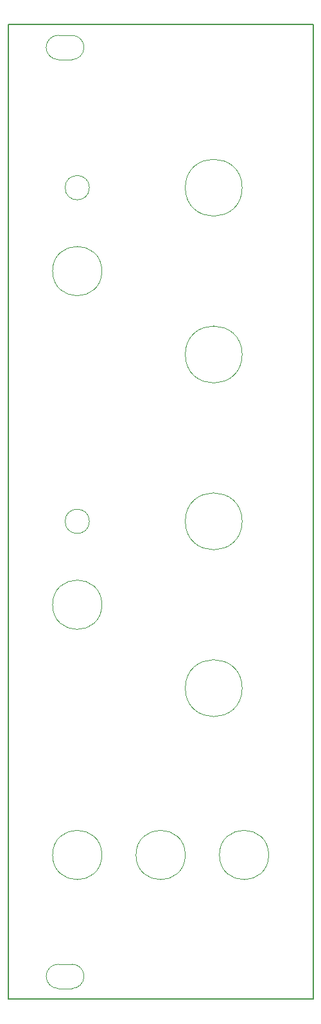
<source format=gm1>
G04 #@! TF.GenerationSoftware,KiCad,Pcbnew,(5.0.0-rc2)*
G04 #@! TF.CreationDate,2020-07-08T18:30:56+03:00*
G04 #@! TF.ProjectId,ENVPNL2,454E56504E4C322E6B696361645F7063,rev?*
G04 #@! TF.SameCoordinates,PX42a96e0PY92dda80*
G04 #@! TF.FileFunction,Profile,NP*
%FSLAX46Y46*%
G04 Gerber Fmt 4.6, Leading zero omitted, Abs format (unit mm)*
G04 Created by KiCad (PCBNEW (5.0.0-rc2)) date Wed Jul  8 18:30:56 2020*
%MOMM*%
%LPD*%
G01*
G04 APERTURE LIST*
%ADD10C,0.150000*%
G04 #@! TA.AperFunction,NonConductor*
%ADD11C,0.120000*%
G04 #@! TD*
G04 APERTURE END LIST*
D10*
X0Y128500000D02*
X0Y0D01*
X40200000Y128500000D02*
X0Y128500000D01*
X40200000Y0D02*
X40200000Y128500000D01*
X0Y0D02*
X40200000Y0D01*
D11*
G04 #@! TO.C,Ref\002A\002A*
X30850000Y41000000D02*
G75*
G03X30850000Y41000000I-3750000J0D01*
G01*
X30850000Y63000000D02*
G75*
G03X30850000Y63000000I-3750000J0D01*
G01*
X30850000Y85000000D02*
G75*
G03X30850000Y85000000I-3750000J0D01*
G01*
X30850000Y107000000D02*
G75*
G03X30850000Y107000000I-3750000J0D01*
G01*
X12350000Y96000000D02*
G75*
G03X12350000Y96000000I-3250000J0D01*
G01*
G04 #@! TO.C,X*
X6600000Y127100000D02*
X8400000Y127100000D01*
X6600000Y123900000D02*
X8400000Y123900000D01*
X5000000Y125500000D02*
G75*
G03X6600000Y123900000I1600000J0D01*
G01*
X6600000Y127100000D02*
G75*
G03X5000000Y125500000I0J-1600000D01*
G01*
X8400000Y123900000D02*
G75*
G03X10000000Y125500000I0J1600000D01*
G01*
X10000000Y125500000D02*
G75*
G03X8400000Y127100000I-1600000J0D01*
G01*
X10000000Y3000000D02*
G75*
G03X8400000Y4600000I-1600000J0D01*
G01*
X8400000Y1400000D02*
G75*
G03X10000000Y3000000I0J1600000D01*
G01*
X6600000Y4600000D02*
G75*
G03X5000000Y3000000I0J-1600000D01*
G01*
X5000000Y3000000D02*
G75*
G03X6600000Y1400000I1600000J0D01*
G01*
X6600000Y1400000D02*
X8400000Y1400000D01*
X6600000Y4600000D02*
X8400000Y4600000D01*
G04 #@! TO.C,Ref\002A\002A*
X10700000Y107000000D02*
G75*
G03X10700000Y107000000I-1600000J0D01*
G01*
X10700000Y63000000D02*
G75*
G03X10700000Y63000000I-1600000J0D01*
G01*
X12350000Y52000000D02*
G75*
G03X12350000Y52000000I-3250000J0D01*
G01*
X34350000Y19000000D02*
G75*
G03X34350000Y19000000I-3250000J0D01*
G01*
X12350000Y19000000D02*
G75*
G03X12350000Y19000000I-3250000J0D01*
G01*
X23350000Y19000000D02*
G75*
G03X23350000Y19000000I-3250000J0D01*
G01*
G04 #@! TD*
M02*

</source>
